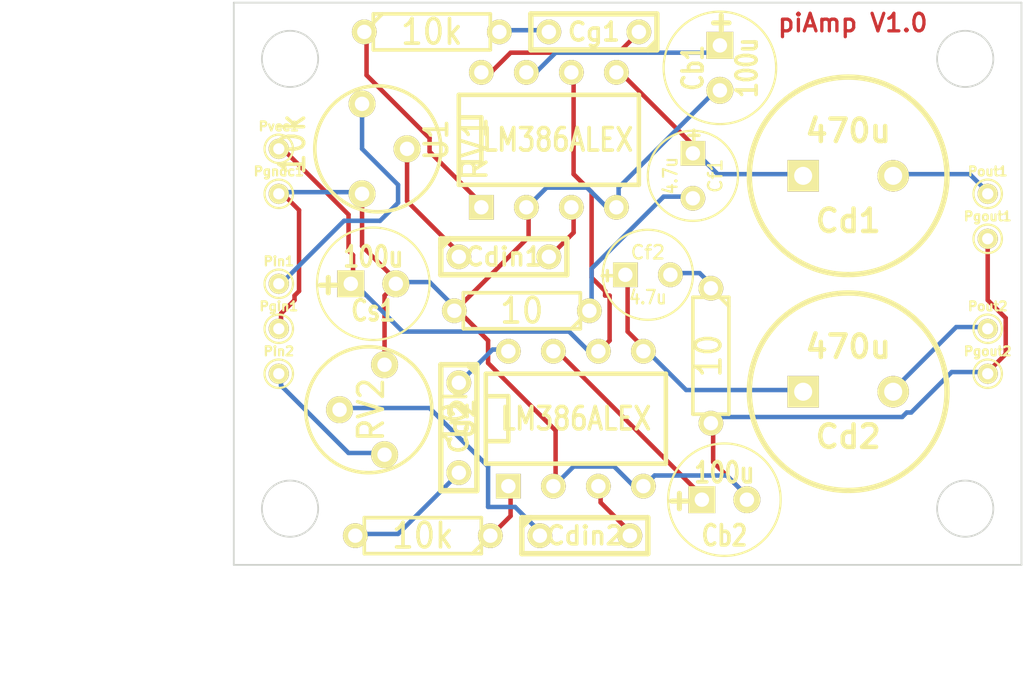
<source format=kicad_pcb>
(kicad_pcb (version 3) (host pcbnew "(2013-may-18)-stable")

  (general
    (links 39)
    (no_connects 0)
    (area 98.533037 88.056249 156.5275 128.90625)
    (thickness 1.6)
    (drawings 11)
    (tracks 191)
    (zones 0)
    (modules 28)
    (nets 23)
  )

  (page A)
  (title_block 
    (title PiAmp)
    (rev 1)
    (comment 1 "Drawn By: Alex Vierich")
  )

  (layers
    (15 F.Cu signal)
    (0 B.Cu signal)
    (16 B.Adhes user)
    (17 F.Adhes user)
    (18 B.Paste user)
    (19 F.Paste user)
    (20 B.SilkS user)
    (21 F.SilkS user)
    (22 B.Mask user)
    (23 F.Mask user)
    (24 Dwgs.User user)
    (25 Cmts.User user)
    (26 Eco1.User user)
    (27 Eco2.User user)
    (28 Edge.Cuts user)
  )

  (setup
    (last_trace_width 0.254)
    (trace_clearance 0.254)
    (zone_clearance 0.508)
    (zone_45_only no)
    (trace_min 0.254)
    (segment_width 0.2)
    (edge_width 0.1)
    (via_size 0.889)
    (via_drill 0.635)
    (via_min_size 0.889)
    (via_min_drill 0.508)
    (uvia_size 0.508)
    (uvia_drill 0.127)
    (uvias_allowed no)
    (uvia_min_size 0.508)
    (uvia_min_drill 0.127)
    (pcb_text_width 0.3)
    (pcb_text_size 1.5 1.5)
    (mod_edge_width 0.15)
    (mod_text_size 1 1)
    (mod_text_width 0.15)
    (pad_size 1.5 1.5)
    (pad_drill 0.6)
    (pad_to_mask_clearance 0)
    (aux_axis_origin 133.35 103.98125)
    (visible_elements FFFFFFBF)
    (pcbplotparams
      (layerselection 3178497)
      (usegerberextensions true)
      (excludeedgelayer true)
      (linewidth 0.150000)
      (plotframeref false)
      (viasonmask false)
      (mode 1)
      (useauxorigin false)
      (hpglpennumber 1)
      (hpglpenspeed 20)
      (hpglpendiameter 15)
      (hpglpenoverlay 2)
      (psnegative false)
      (psa4output false)
      (plotreference true)
      (plotvalue true)
      (plotothertext true)
      (plotinvisibletext false)
      (padsonsilk false)
      (subtractmaskfromsilk false)
      (outputformat 1)
      (mirror false)
      (drillshape 0)
      (scaleselection 1)
      (outputdirectory ""))
  )

  (net 0 "")
  (net 1 +12V)
  (net 2 GND)
  (net 3 N-0000010)
  (net 4 N-0000011)
  (net 5 N-0000012)
  (net 6 N-0000013)
  (net 7 N-0000014)
  (net 8 N-0000015)
  (net 9 N-0000016)
  (net 10 N-0000017)
  (net 11 N-0000018)
  (net 12 N-0000019)
  (net 13 N-0000020)
  (net 14 N-0000021)
  (net 15 N-0000022)
  (net 16 N-000003)
  (net 17 N-000004)
  (net 18 N-000005)
  (net 19 N-000006)
  (net 20 N-000007)
  (net 21 N-000008)
  (net 22 N-000009)

  (net_class Default "This is the default net class."
    (clearance 0.254)
    (trace_width 0.254)
    (via_dia 0.889)
    (via_drill 0.635)
    (uvia_dia 0.508)
    (uvia_drill 0.127)
    (add_net "")
    (add_net +12V)
    (add_net GND)
    (add_net N-0000010)
    (add_net N-0000011)
    (add_net N-0000012)
    (add_net N-0000013)
    (add_net N-0000014)
    (add_net N-0000015)
    (add_net N-0000016)
    (add_net N-0000017)
    (add_net N-0000018)
    (add_net N-0000019)
    (add_net N-0000020)
    (add_net N-0000021)
    (add_net N-0000022)
    (add_net N-000003)
    (add_net N-000004)
    (add_net N-000005)
    (add_net N-000006)
    (add_net N-000007)
    (add_net N-000008)
    (add_net N-000009)
  )

  (module R3   placed (layer F.Cu) (tedit 56748B79) (tstamp 567B1637)
    (at 127.381 105.50525 180)
    (descr "Resitance 3 pas")
    (tags R)
    (path /566792A4)
    (autoplace_cost180 10)
    (fp_text reference RF1 (at 0 0.127 180) (layer F.SilkS) hide
      (effects (font (size 1.397 1.27) (thickness 0.2032)))
    )
    (fp_text value 10 (at 0 0 180) (layer F.SilkS)
      (effects (font (size 1.397 1.27) (thickness 0.2032)))
    )
    (fp_line (start -3.81 0) (end -3.302 0) (layer F.SilkS) (width 0.2032))
    (fp_line (start 3.81 0) (end 3.302 0) (layer F.SilkS) (width 0.2032))
    (fp_line (start 3.302 0) (end 3.302 -1.016) (layer F.SilkS) (width 0.2032))
    (fp_line (start 3.302 -1.016) (end -3.302 -1.016) (layer F.SilkS) (width 0.2032))
    (fp_line (start -3.302 -1.016) (end -3.302 1.016) (layer F.SilkS) (width 0.2032))
    (fp_line (start -3.302 1.016) (end 3.302 1.016) (layer F.SilkS) (width 0.2032))
    (fp_line (start 3.302 1.016) (end 3.302 0) (layer F.SilkS) (width 0.2032))
    (fp_line (start -3.302 -0.508) (end -2.794 -1.016) (layer F.SilkS) (width 0.2032))
    (pad 1 thru_hole circle (at -3.81 0 180) (size 1.397 1.397) (drill 0.8128)
      (layers *.Cu *.Mask F.SilkS)
      (net 5 N-0000012)
    )
    (pad 2 thru_hole circle (at 3.81 0 180) (size 1.397 1.397) (drill 0.8128)
      (layers *.Cu *.Mask F.SilkS)
      (net 2 GND)
    )
    (model discret/resistor.wrl
      (at (xyz 0 0 0))
      (scale (xyz 0.3 0.3 0.3))
      (rotate (xyz 0 0 0))
    )
  )

  (module R3   placed (layer F.Cu) (tedit 567B202F) (tstamp 567B1628)
    (at 122.301 89.75725)
    (descr "Resitance 3 pas")
    (tags R)
    (path /56679365)
    (autoplace_cost180 10)
    (fp_text reference Rg1 (at 0 0.127) (layer F.SilkS) hide
      (effects (font (size 1.397 1.27) (thickness 0.2032)))
    )
    (fp_text value 10k (at 0 0) (layer F.SilkS)
      (effects (font (size 1.397 1.27) (thickness 0.2032)))
    )
    (fp_line (start -3.81 0) (end -3.302 0) (layer F.SilkS) (width 0.2032))
    (fp_line (start 3.81 0) (end 3.302 0) (layer F.SilkS) (width 0.2032))
    (fp_line (start 3.302 0) (end 3.302 -1.016) (layer F.SilkS) (width 0.2032))
    (fp_line (start 3.302 -1.016) (end -3.302 -1.016) (layer F.SilkS) (width 0.2032))
    (fp_line (start -3.302 -1.016) (end -3.302 1.016) (layer F.SilkS) (width 0.2032))
    (fp_line (start -3.302 1.016) (end 3.302 1.016) (layer F.SilkS) (width 0.2032))
    (fp_line (start 3.302 1.016) (end 3.302 0) (layer F.SilkS) (width 0.2032))
    (fp_line (start -3.302 -0.508) (end -2.794 -1.016) (layer F.SilkS) (width 0.2032))
    (pad 1 thru_hole circle (at -3.81 0) (size 1.397 1.397) (drill 0.8128)
      (layers *.Cu *.Mask F.SilkS)
      (net 7 N-0000014)
    )
    (pad 2 thru_hole circle (at 3.81 0) (size 1.397 1.397) (drill 0.8128)
      (layers *.Cu *.Mask F.SilkS)
      (net 8 N-0000015)
    )
    (model discret/resistor.wrl
      (at (xyz 0 0 0))
      (scale (xyz 0.3 0.3 0.3))
      (rotate (xyz 0 0 0))
    )
  )

  (module R3   placed (layer F.Cu) (tedit 567B1F6B) (tstamp 567B1619)
    (at 121.793 118.20525 180)
    (descr "Resitance 3 pas")
    (tags R)
    (path /56745DDD)
    (autoplace_cost180 10)
    (fp_text reference Rg2 (at 0 0.127 180) (layer F.SilkS) hide
      (effects (font (size 1.397 1.27) (thickness 0.2032)))
    )
    (fp_text value 10k (at 0 0 180) (layer F.SilkS)
      (effects (font (size 1.397 1.27) (thickness 0.2032)))
    )
    (fp_line (start -3.81 0) (end -3.302 0) (layer F.SilkS) (width 0.2032))
    (fp_line (start 3.81 0) (end 3.302 0) (layer F.SilkS) (width 0.2032))
    (fp_line (start 3.302 0) (end 3.302 -1.016) (layer F.SilkS) (width 0.2032))
    (fp_line (start 3.302 -1.016) (end -3.302 -1.016) (layer F.SilkS) (width 0.2032))
    (fp_line (start -3.302 -1.016) (end -3.302 1.016) (layer F.SilkS) (width 0.2032))
    (fp_line (start -3.302 1.016) (end 3.302 1.016) (layer F.SilkS) (width 0.2032))
    (fp_line (start 3.302 1.016) (end 3.302 0) (layer F.SilkS) (width 0.2032))
    (fp_line (start -3.302 -0.508) (end -2.794 -1.016) (layer F.SilkS) (width 0.2032))
    (pad 1 thru_hole circle (at -3.81 0 180) (size 1.397 1.397) (drill 0.8128)
      (layers *.Cu *.Mask F.SilkS)
      (net 14 N-0000021)
    )
    (pad 2 thru_hole circle (at 3.81 0 180) (size 1.397 1.397) (drill 0.8128)
      (layers *.Cu *.Mask F.SilkS)
      (net 15 N-0000022)
    )
    (model discret/resistor.wrl
      (at (xyz 0 0 0))
      (scale (xyz 0.3 0.3 0.3))
      (rotate (xyz 0 0 0))
    )
  )

  (module R3   placed (layer F.Cu) (tedit 4E4C0E65) (tstamp 567B160A)
    (at 138.049 108.04525 270)
    (descr "Resitance 3 pas")
    (tags R)
    (path /56745DD0)
    (autoplace_cost180 10)
    (fp_text reference RF2 (at 0 0.127 270) (layer F.SilkS) hide
      (effects (font (size 1.397 1.27) (thickness 0.2032)))
    )
    (fp_text value 10 (at 0 0.127 270) (layer F.SilkS)
      (effects (font (size 1.397 1.27) (thickness 0.2032)))
    )
    (fp_line (start -3.81 0) (end -3.302 0) (layer F.SilkS) (width 0.2032))
    (fp_line (start 3.81 0) (end 3.302 0) (layer F.SilkS) (width 0.2032))
    (fp_line (start 3.302 0) (end 3.302 -1.016) (layer F.SilkS) (width 0.2032))
    (fp_line (start 3.302 -1.016) (end -3.302 -1.016) (layer F.SilkS) (width 0.2032))
    (fp_line (start -3.302 -1.016) (end -3.302 1.016) (layer F.SilkS) (width 0.2032))
    (fp_line (start -3.302 1.016) (end 3.302 1.016) (layer F.SilkS) (width 0.2032))
    (fp_line (start 3.302 1.016) (end 3.302 0) (layer F.SilkS) (width 0.2032))
    (fp_line (start -3.302 -0.508) (end -2.794 -1.016) (layer F.SilkS) (width 0.2032))
    (pad 1 thru_hole circle (at -3.81 0 270) (size 1.397 1.397) (drill 0.8128)
      (layers *.Cu *.Mask F.SilkS)
      (net 19 N-000006)
    )
    (pad 2 thru_hole circle (at 3.81 0 270) (size 1.397 1.397) (drill 0.8128)
      (layers *.Cu *.Mask F.SilkS)
      (net 2 GND)
    )
    (model discret/resistor.wrl
      (at (xyz 0 0 0))
      (scale (xyz 0.3 0.3 0.3))
      (rotate (xyz 0 0 0))
    )
  )

  (module C2   placed (layer F.Cu) (tedit 56748B6F) (tstamp 567B15FB)
    (at 123.825 112.10925 270)
    (descr "Condensateur = 2 pas")
    (tags C)
    (path /56745DE3)
    (fp_text reference Cg2 (at 0 0 270) (layer F.SilkS)
      (effects (font (size 1.016 1.016) (thickness 0.2032)))
    )
    (fp_text value 330n (at 0 0 270) (layer F.SilkS) hide
      (effects (font (size 1.016 1.016) (thickness 0.2032)))
    )
    (fp_line (start -3.556 -1.016) (end 3.556 -1.016) (layer F.SilkS) (width 0.3048))
    (fp_line (start 3.556 -1.016) (end 3.556 1.016) (layer F.SilkS) (width 0.3048))
    (fp_line (start 3.556 1.016) (end -3.556 1.016) (layer F.SilkS) (width 0.3048))
    (fp_line (start -3.556 1.016) (end -3.556 -1.016) (layer F.SilkS) (width 0.3048))
    (fp_line (start -3.556 -0.508) (end -3.048 -1.016) (layer F.SilkS) (width 0.3048))
    (pad 1 thru_hole circle (at -2.54 0 270) (size 1.397 1.397) (drill 0.8128)
      (layers *.Cu *.Mask F.SilkS)
      (net 11 N-0000018)
    )
    (pad 2 thru_hole circle (at 2.54 0 270) (size 1.397 1.397) (drill 0.8128)
      (layers *.Cu *.Mask F.SilkS)
      (net 15 N-0000022)
    )
    (model discret/capa_2pas_5x5mm.wrl
      (at (xyz 0 0 0))
      (scale (xyz 1 1 1))
      (rotate (xyz 0 0 0))
    )
  )

  (module C2   placed (layer F.Cu) (tedit 200000) (tstamp 567B15EF)
    (at 131.445 89.75725 180)
    (descr "Condensateur = 2 pas")
    (tags C)
    (path /56679374)
    (fp_text reference Cg1 (at 0 0 180) (layer F.SilkS)
      (effects (font (size 1.016 1.016) (thickness 0.2032)))
    )
    (fp_text value 330n (at 0 0 180) (layer F.SilkS) hide
      (effects (font (size 1.016 1.016) (thickness 0.2032)))
    )
    (fp_line (start -3.556 -1.016) (end 3.556 -1.016) (layer F.SilkS) (width 0.3048))
    (fp_line (start 3.556 -1.016) (end 3.556 1.016) (layer F.SilkS) (width 0.3048))
    (fp_line (start 3.556 1.016) (end -3.556 1.016) (layer F.SilkS) (width 0.3048))
    (fp_line (start -3.556 1.016) (end -3.556 -1.016) (layer F.SilkS) (width 0.3048))
    (fp_line (start -3.556 -0.508) (end -3.048 -1.016) (layer F.SilkS) (width 0.3048))
    (pad 1 thru_hole circle (at -2.54 0 180) (size 1.397 1.397) (drill 0.8128)
      (layers *.Cu *.Mask F.SilkS)
      (net 9 N-0000016)
    )
    (pad 2 thru_hole circle (at 2.54 0 180) (size 1.397 1.397) (drill 0.8128)
      (layers *.Cu *.Mask F.SilkS)
      (net 8 N-0000015)
    )
    (model discret/capa_2pas_5x5mm.wrl
      (at (xyz 0 0 0))
      (scale (xyz 1 1 1))
      (rotate (xyz 0 0 0))
    )
  )

  (module DIP-8__300   placed (layer F.Cu) (tedit 567B21E2) (tstamp 567B1DFB)
    (at 128.905 95.85325)
    (descr "8 pins DIL package, round pads")
    (tags DIL)
    (path /5669BBAA)
    (fp_text reference U1 (at -6.35 0 90) (layer F.SilkS)
      (effects (font (size 1.27 1.143) (thickness 0.2032)))
    )
    (fp_text value LM386ALEX (at 0.508 0) (layer F.SilkS)
      (effects (font (size 1.27 1.016) (thickness 0.2032)))
    )
    (fp_line (start -5.08 -1.27) (end -3.81 -1.27) (layer F.SilkS) (width 0.254))
    (fp_line (start -3.81 -1.27) (end -3.81 1.27) (layer F.SilkS) (width 0.254))
    (fp_line (start -3.81 1.27) (end -5.08 1.27) (layer F.SilkS) (width 0.254))
    (fp_line (start -5.08 -2.54) (end 5.08 -2.54) (layer F.SilkS) (width 0.254))
    (fp_line (start 5.08 -2.54) (end 5.08 2.54) (layer F.SilkS) (width 0.254))
    (fp_line (start 5.08 2.54) (end -5.08 2.54) (layer F.SilkS) (width 0.254))
    (fp_line (start -5.08 2.54) (end -5.08 -2.54) (layer F.SilkS) (width 0.254))
    (pad 1 thru_hole rect (at -3.81 3.81) (size 1.397 1.397) (drill 0.8128)
      (layers *.Cu *.Mask F.SilkS)
      (net 7 N-0000014)
    )
    (pad 2 thru_hole circle (at -1.27 3.81) (size 1.397 1.397) (drill 0.8128)
      (layers *.Cu *.Mask F.SilkS)
      (net 2 GND)
    )
    (pad 3 thru_hole circle (at 1.27 3.81) (size 1.397 1.397) (drill 0.8128)
      (layers *.Cu *.Mask F.SilkS)
      (net 16 N-000003)
    )
    (pad 4 thru_hole circle (at 3.81 3.81) (size 1.397 1.397) (drill 0.8128)
      (layers *.Cu *.Mask F.SilkS)
      (net 2 GND)
    )
    (pad 5 thru_hole circle (at 3.81 -3.81) (size 1.397 1.397) (drill 0.8128)
      (layers *.Cu *.Mask F.SilkS)
      (net 13 N-0000020)
    )
    (pad 6 thru_hole circle (at 1.27 -3.81) (size 1.397 1.397) (drill 0.8128)
      (layers *.Cu *.Mask F.SilkS)
      (net 1 +12V)
    )
    (pad 7 thru_hole circle (at -1.27 -3.81) (size 1.397 1.397) (drill 0.8128)
      (layers *.Cu *.Mask F.SilkS)
      (net 20 N-000007)
    )
    (pad 8 thru_hole circle (at -3.81 -3.81) (size 1.397 1.397) (drill 0.8128)
      (layers *.Cu *.Mask F.SilkS)
      (net 9 N-0000016)
    )
    (model dil/dil_8.wrl
      (at (xyz 0 0 0))
      (scale (xyz 1 1 1))
      (rotate (xyz 0 0 0))
    )
  )

  (module DIP-8__300   placed (layer F.Cu) (tedit 43A7F843) (tstamp 567B1E66)
    (at 130.429 111.60125)
    (descr "8 pins DIL package, round pads")
    (tags DIL)
    (path /56745E19)
    (fp_text reference U2 (at -6.35 0 90) (layer F.SilkS)
      (effects (font (size 1.27 1.143) (thickness 0.2032)))
    )
    (fp_text value LM386ALEX (at 0 0) (layer F.SilkS)
      (effects (font (size 1.27 1.016) (thickness 0.2032)))
    )
    (fp_line (start -5.08 -1.27) (end -3.81 -1.27) (layer F.SilkS) (width 0.254))
    (fp_line (start -3.81 -1.27) (end -3.81 1.27) (layer F.SilkS) (width 0.254))
    (fp_line (start -3.81 1.27) (end -5.08 1.27) (layer F.SilkS) (width 0.254))
    (fp_line (start -5.08 -2.54) (end 5.08 -2.54) (layer F.SilkS) (width 0.254))
    (fp_line (start 5.08 -2.54) (end 5.08 2.54) (layer F.SilkS) (width 0.254))
    (fp_line (start 5.08 2.54) (end -5.08 2.54) (layer F.SilkS) (width 0.254))
    (fp_line (start -5.08 2.54) (end -5.08 -2.54) (layer F.SilkS) (width 0.254))
    (pad 1 thru_hole rect (at -3.81 3.81) (size 1.397 1.397) (drill 0.8128)
      (layers *.Cu *.Mask F.SilkS)
      (net 14 N-0000021)
    )
    (pad 2 thru_hole circle (at -1.27 3.81) (size 1.397 1.397) (drill 0.8128)
      (layers *.Cu *.Mask F.SilkS)
      (net 2 GND)
    )
    (pad 3 thru_hole circle (at 1.27 3.81) (size 1.397 1.397) (drill 0.8128)
      (layers *.Cu *.Mask F.SilkS)
      (net 17 N-000004)
    )
    (pad 4 thru_hole circle (at 3.81 3.81) (size 1.397 1.397) (drill 0.8128)
      (layers *.Cu *.Mask F.SilkS)
      (net 2 GND)
    )
    (pad 5 thru_hole circle (at 3.81 -3.81) (size 1.397 1.397) (drill 0.8128)
      (layers *.Cu *.Mask F.SilkS)
      (net 12 N-0000019)
    )
    (pad 6 thru_hole circle (at 1.27 -3.81) (size 1.397 1.397) (drill 0.8128)
      (layers *.Cu *.Mask F.SilkS)
      (net 1 +12V)
    )
    (pad 7 thru_hole circle (at -1.27 -3.81) (size 1.397 1.397) (drill 0.8128)
      (layers *.Cu *.Mask F.SilkS)
      (net 18 N-000005)
    )
    (pad 8 thru_hole circle (at -3.81 -3.81) (size 1.397 1.397) (drill 0.8128)
      (layers *.Cu *.Mask F.SilkS)
      (net 11 N-0000018)
    )
    (model dil/dil_8.wrl
      (at (xyz 0 0 0))
      (scale (xyz 1 1 1))
      (rotate (xyz 0 0 0))
    )
  )

  (module C2V10   placed (layer F.Cu) (tedit 41854742) (tstamp 567B15BB)
    (at 145.796 110.07725)
    (descr "Condensateur polarise")
    (tags CP)
    (path /56745E0C)
    (fp_text reference Cd2 (at 0 2.54) (layer F.SilkS)
      (effects (font (size 1.27 1.27) (thickness 0.254)))
    )
    (fp_text value 470u (at 0 -2.54) (layer F.SilkS)
      (effects (font (size 1.27 1.27) (thickness 0.254)))
    )
    (fp_circle (center 0 0) (end 4.826 -2.794) (layer F.SilkS) (width 0.3048))
    (pad 1 thru_hole rect (at -2.54 0) (size 1.778 1.778) (drill 1.016)
      (layers *.Cu *.Mask F.SilkS)
      (net 12 N-0000019)
    )
    (pad 2 thru_hole circle (at 2.54 0) (size 1.778 1.778) (drill 1.016)
      (layers *.Cu *.Mask F.SilkS)
      (net 10 N-0000017)
    )
    (model discret/c_vert_c2v10.wrl
      (at (xyz 0 0 0))
      (scale (xyz 1 1 1))
      (rotate (xyz 0 0 0))
    )
  )

  (module C2V10   placed (layer F.Cu) (tedit 41854742) (tstamp 567B15B3)
    (at 145.796 97.88525)
    (descr "Condensateur polarise")
    (tags CP)
    (path /5669B5AF)
    (fp_text reference Cd1 (at 0 2.54) (layer F.SilkS)
      (effects (font (size 1.27 1.27) (thickness 0.254)))
    )
    (fp_text value 470u (at 0 -2.54) (layer F.SilkS)
      (effects (font (size 1.27 1.27) (thickness 0.254)))
    )
    (fp_circle (center 0 0) (end 4.826 -2.794) (layer F.SilkS) (width 0.3048))
    (pad 1 thru_hole rect (at -2.54 0) (size 1.778 1.778) (drill 1.016)
      (layers *.Cu *.Mask F.SilkS)
      (net 13 N-0000020)
    )
    (pad 2 thru_hole circle (at 2.54 0) (size 1.778 1.778) (drill 1.016)
      (layers *.Cu *.Mask F.SilkS)
      (net 6 N-0000013)
    )
    (model discret/c_vert_c2v10.wrl
      (at (xyz 0 0 0))
      (scale (xyz 1 1 1))
      (rotate (xyz 0 0 0))
    )
  )

  (module C1V7   placed (layer F.Cu) (tedit 200000) (tstamp 567B15AB)
    (at 118.999 103.98125)
    (path /56749012)
    (fp_text reference Cs1 (at 0 1.524) (layer F.SilkS)
      (effects (font (size 1.143 0.889) (thickness 0.2032)))
    )
    (fp_text value 100u (at 0 -1.524) (layer F.SilkS)
      (effects (font (size 1.143 0.889) (thickness 0.2032)))
    )
    (fp_text user + (at -2.54 0) (layer F.SilkS)
      (effects (font (size 1.143 1.143) (thickness 0.3048)))
    )
    (fp_circle (center 0 0) (end 3.175 0) (layer F.SilkS) (width 0.127))
    (pad 1 thru_hole rect (at -1.27 0) (size 1.524 1.524) (drill 0.8128)
      (layers *.Cu *.Mask F.SilkS)
      (net 1 +12V)
    )
    (pad 2 thru_hole circle (at 1.27 0) (size 1.524 1.524) (drill 0.8128)
      (layers *.Cu *.Mask F.SilkS)
      (net 2 GND)
    )
    (model discret/c_vert_c1v7.wrl
      (at (xyz 0 0 0))
      (scale (xyz 1 1 1))
      (rotate (xyz 0 0 0))
    )
  )

  (module RV2   placed (layer F.Cu) (tedit 3FA15781) (tstamp 567B1E04)
    (at 119.634 96.36125 270)
    (descr "Resistance variable / potentiometre")
    (tags R)
    (path /567A0A09)
    (autoplace_cost90 10)
    (autoplace_cost180 10)
    (fp_text reference RV1 (at 0 -5.08 270) (layer F.SilkS)
      (effects (font (size 1.397 1.27) (thickness 0.2032)))
    )
    (fp_text value 10k (at -0.254 5.207 270) (layer F.SilkS)
      (effects (font (size 1.397 1.27) (thickness 0.2032)))
    )
    (fp_circle (center 0 0.381) (end 0 -3.175) (layer F.SilkS) (width 0.2032))
    (pad 1 thru_hole circle (at -2.54 1.27 270) (size 1.524 1.524) (drill 0.8128)
      (layers *.Cu *.Mask F.SilkS)
      (net 21 N-000008)
    )
    (pad 2 thru_hole circle (at 0 -1.27 270) (size 1.524 1.524) (drill 0.8128)
      (layers *.Cu *.Mask F.SilkS)
      (net 3 N-0000010)
    )
    (pad 3 thru_hole circle (at 2.54 1.27 270) (size 1.524 1.524) (drill 0.8128)
      (layers *.Cu *.Mask F.SilkS)
      (net 2 GND)
    )
    (model discret/adjustable_rx2.wrl
      (at (xyz 0 0 0))
      (scale (xyz 1 1 1))
      (rotate (xyz 0 0 0))
    )
  )

  (module RV2   placed (layer F.Cu) (tedit 567B2050) (tstamp 567B1599)
    (at 118.364 111.09325 90)
    (descr "Resistance variable / potentiometre")
    (tags R)
    (path /567A0B65)
    (autoplace_cost90 10)
    (autoplace_cost180 10)
    (fp_text reference RV2 (at 0 0.508 90) (layer F.SilkS)
      (effects (font (size 1.397 1.27) (thickness 0.2032)))
    )
    (fp_text value 10k (at -0.254 5.207 90) (layer F.SilkS)
      (effects (font (size 1.397 1.27) (thickness 0.2032)))
    )
    (fp_circle (center 0 0.381) (end 0 -3.175) (layer F.SilkS) (width 0.2032))
    (pad 1 thru_hole circle (at -2.54 1.27 90) (size 1.524 1.524) (drill 0.8128)
      (layers *.Cu *.Mask F.SilkS)
      (net 4 N-0000011)
    )
    (pad 2 thru_hole circle (at 0 -1.27 90) (size 1.524 1.524) (drill 0.8128)
      (layers *.Cu *.Mask F.SilkS)
      (net 22 N-000009)
    )
    (pad 3 thru_hole circle (at 2.54 1.27 90) (size 1.524 1.524) (drill 0.8128)
      (layers *.Cu *.Mask F.SilkS)
      (net 2 GND)
    )
    (model discret/adjustable_rx2.wrl
      (at (xyz 0 0 0))
      (scale (xyz 1 1 1))
      (rotate (xyz 0 0 0))
    )
  )

  (module C2   placed (layer F.Cu) (tedit 200000) (tstamp 567B1590)
    (at 126.365 102.45725)
    (descr "Condensateur = 2 pas")
    (tags C)
    (path /5679FF68)
    (fp_text reference Cdin1 (at 0 0) (layer F.SilkS)
      (effects (font (size 1.016 1.016) (thickness 0.2032)))
    )
    (fp_text value 330n (at 0 0) (layer F.SilkS) hide
      (effects (font (size 1.016 1.016) (thickness 0.2032)))
    )
    (fp_line (start -3.556 -1.016) (end 3.556 -1.016) (layer F.SilkS) (width 0.3048))
    (fp_line (start 3.556 -1.016) (end 3.556 1.016) (layer F.SilkS) (width 0.3048))
    (fp_line (start 3.556 1.016) (end -3.556 1.016) (layer F.SilkS) (width 0.3048))
    (fp_line (start -3.556 1.016) (end -3.556 -1.016) (layer F.SilkS) (width 0.3048))
    (fp_line (start -3.556 -0.508) (end -3.048 -1.016) (layer F.SilkS) (width 0.3048))
    (pad 1 thru_hole circle (at -2.54 0) (size 1.397 1.397) (drill 0.8128)
      (layers *.Cu *.Mask F.SilkS)
      (net 3 N-0000010)
    )
    (pad 2 thru_hole circle (at 2.54 0) (size 1.397 1.397) (drill 0.8128)
      (layers *.Cu *.Mask F.SilkS)
      (net 16 N-000003)
    )
    (model discret/capa_2pas_5x5mm.wrl
      (at (xyz 0 0 0))
      (scale (xyz 1 1 1))
      (rotate (xyz 0 0 0))
    )
  )

  (module C2   placed (layer F.Cu) (tedit 567B1E08) (tstamp 567B1E17)
    (at 130.937 118.20525)
    (descr "Condensateur = 2 pas")
    (tags C)
    (path /5679FF77)
    (fp_text reference Cdin2 (at 0 0) (layer F.SilkS)
      (effects (font (size 1.016 1.016) (thickness 0.2032)))
    )
    (fp_text value 330n (at 0 0) (layer F.SilkS) hide
      (effects (font (size 1.016 1.016) (thickness 0.2032)))
    )
    (fp_line (start -3.556 -1.016) (end 3.556 -1.016) (layer F.SilkS) (width 0.3048))
    (fp_line (start 3.556 -1.016) (end 3.556 1.016) (layer F.SilkS) (width 0.3048))
    (fp_line (start 3.556 1.016) (end -3.556 1.016) (layer F.SilkS) (width 0.3048))
    (fp_line (start -3.556 1.016) (end -3.556 -1.016) (layer F.SilkS) (width 0.3048))
    (fp_line (start -3.556 -0.508) (end -3.048 -1.016) (layer F.SilkS) (width 0.3048))
    (pad 1 thru_hole circle (at -2.54 0) (size 1.397 1.397) (drill 0.8128)
      (layers *.Cu *.Mask F.SilkS)
      (net 22 N-000009)
    )
    (pad 2 thru_hole circle (at 2.54 0) (size 1.397 1.397) (drill 0.8128)
      (layers *.Cu *.Mask F.SilkS)
      (net 17 N-000004)
    )
    (model discret/capa_2pas_5x5mm.wrl
      (at (xyz 0 0 0))
      (scale (xyz 1 1 1))
      (rotate (xyz 0 0 0))
    )
  )

  (module C1V5   placed (layer F.Cu) (tedit 3E070CF4) (tstamp 567B1578)
    (at 134.493 103.47325)
    (descr "Condensateur e = 1 pas")
    (tags C)
    (path /56745E21)
    (fp_text reference Cf2 (at 0 -1.26746) (layer F.SilkS)
      (effects (font (size 0.762 0.762) (thickness 0.127)))
    )
    (fp_text value 4.7u (at 0 1.27) (layer F.SilkS)
      (effects (font (size 0.762 0.635) (thickness 0.127)))
    )
    (fp_text user + (at -2.286 0) (layer F.SilkS)
      (effects (font (size 0.762 0.762) (thickness 0.2032)))
    )
    (fp_circle (center 0 0) (end 0.127 -2.54) (layer F.SilkS) (width 0.127))
    (pad 1 thru_hole rect (at -1.27 0) (size 1.397 1.397) (drill 0.8128)
      (layers *.Cu *.Mask F.SilkS)
      (net 12 N-0000019)
    )
    (pad 2 thru_hole circle (at 1.27 0) (size 1.397 1.397) (drill 0.8128)
      (layers *.Cu *.Mask F.SilkS)
      (net 19 N-000006)
    )
    (model discret/c_vert_c1v5.wrl
      (at (xyz 0 0 0))
      (scale (xyz 1 1 1))
      (rotate (xyz 0 0 0))
    )
  )

  (module C1V5   placed (layer F.Cu) (tedit 3E070CF4) (tstamp 567B156F)
    (at 137.033 97.88525 270)
    (descr "Condensateur e = 1 pas")
    (tags C)
    (path /56745993)
    (fp_text reference Cf1 (at 0 -1.26746 270) (layer F.SilkS)
      (effects (font (size 0.762 0.762) (thickness 0.127)))
    )
    (fp_text value 4.7u (at 0 1.27 270) (layer F.SilkS)
      (effects (font (size 0.762 0.635) (thickness 0.127)))
    )
    (fp_text user + (at -2.286 0 270) (layer F.SilkS)
      (effects (font (size 0.762 0.762) (thickness 0.2032)))
    )
    (fp_circle (center 0 0) (end 0.127 -2.54) (layer F.SilkS) (width 0.127))
    (pad 1 thru_hole rect (at -1.27 0 270) (size 1.397 1.397) (drill 0.8128)
      (layers *.Cu *.Mask F.SilkS)
      (net 13 N-0000020)
    )
    (pad 2 thru_hole circle (at 1.27 0 270) (size 1.397 1.397) (drill 0.8128)
      (layers *.Cu *.Mask F.SilkS)
      (net 5 N-0000012)
    )
    (model discret/c_vert_c1v5.wrl
      (at (xyz 0 0 0))
      (scale (xyz 1 1 1))
      (rotate (xyz 0 0 0))
    )
  )

  (module C1V7   placed (layer F.Cu) (tedit 567B1DFB) (tstamp 567B1E20)
    (at 138.811 116.17325)
    (path /567A00AE)
    (fp_text reference Cb2 (at 0 2.032) (layer F.SilkS)
      (effects (font (size 1.143 0.889) (thickness 0.2032)))
    )
    (fp_text value 100u (at 0 -1.524) (layer F.SilkS)
      (effects (font (size 1.143 0.889) (thickness 0.2032)))
    )
    (fp_text user + (at -2.54 0) (layer F.SilkS)
      (effects (font (size 1.143 1.143) (thickness 0.3048)))
    )
    (fp_circle (center 0 0) (end 3.175 0) (layer F.SilkS) (width 0.127))
    (pad 1 thru_hole rect (at -1.27 0) (size 1.524 1.524) (drill 0.8128)
      (layers *.Cu *.Mask F.SilkS)
      (net 18 N-000005)
    )
    (pad 2 thru_hole circle (at 1.27 0) (size 1.524 1.524) (drill 0.8128)
      (layers *.Cu *.Mask F.SilkS)
      (net 2 GND)
    )
    (model discret/c_vert_c1v7.wrl
      (at (xyz 0 0 0))
      (scale (xyz 1 1 1))
      (rotate (xyz 0 0 0))
    )
  )

  (module C1V7   placed (layer F.Cu) (tedit 200000) (tstamp 567B155D)
    (at 138.557 91.78925 270)
    (path /567A017C)
    (fp_text reference Cb1 (at 0 1.524 270) (layer F.SilkS)
      (effects (font (size 1.143 0.889) (thickness 0.2032)))
    )
    (fp_text value 100u (at 0 -1.524 270) (layer F.SilkS)
      (effects (font (size 1.143 0.889) (thickness 0.2032)))
    )
    (fp_text user + (at -2.54 0 270) (layer F.SilkS)
      (effects (font (size 1.143 1.143) (thickness 0.3048)))
    )
    (fp_circle (center 0 0) (end 3.175 0) (layer F.SilkS) (width 0.127))
    (pad 1 thru_hole rect (at -1.27 0 270) (size 1.524 1.524) (drill 0.8128)
      (layers *.Cu *.Mask F.SilkS)
      (net 20 N-000007)
    )
    (pad 2 thru_hole circle (at 1.27 0 270) (size 1.524 1.524) (drill 0.8128)
      (layers *.Cu *.Mask F.SilkS)
      (net 2 GND)
    )
    (model discret/c_vert_c1v7.wrl
      (at (xyz 0 0 0))
      (scale (xyz 1 1 1))
      (rotate (xyz 0 0 0))
    )
  )

  (module PINTST (layer F.Cu) (tedit 3D649DF9) (tstamp 56746B17)
    (at 153.67 98.90125)
    (descr "module 1 pin (ou trou mecanique de percage)")
    (tags DEV)
    (path /5669B611)
    (fp_text reference Pout1 (at 0 -1.26746) (layer F.SilkS)
      (effects (font (size 0.508 0.508) (thickness 0.127)))
    )
    (fp_text value CONNECTOR (at 0 1.27) (layer F.SilkS) hide
      (effects (font (size 0.508 0.508) (thickness 0.127)))
    )
    (fp_circle (center 0 0) (end -0.254 -0.762) (layer F.SilkS) (width 0.127))
    (pad 1 thru_hole circle (at 0 0) (size 1.143 1.143) (drill 0.635)
      (layers *.Cu *.Mask F.SilkS)
      (net 6 N-0000013)
    )
    (model pin_array/pin_array_1x1.wrl
      (at (xyz 0 0 0))
      (scale (xyz 1 1 1))
      (rotate (xyz 0 0 0))
    )
  )

  (module PINTST   locked (layer F.Cu) (tedit 3D649DF9) (tstamp 56746B10)
    (at 113.665 103.98125)
    (descr "module 1 pin (ou trou mecanique de percage)")
    (tags DEV)
    (path /5669B4F0)
    (fp_text reference Pin1 (at 0 -1.26746) (layer F.SilkS)
      (effects (font (size 0.508 0.508) (thickness 0.127)))
    )
    (fp_text value CONNECTOR (at 0 1.27) (layer F.SilkS) hide
      (effects (font (size 0.508 0.508) (thickness 0.127)))
    )
    (fp_circle (center 0 0) (end -0.254 -0.762) (layer F.SilkS) (width 0.127))
    (pad 1 thru_hole circle (at 0 0) (size 1.143 1.143) (drill 0.635)
      (layers *.Cu *.Mask F.SilkS)
      (net 21 N-000008)
    )
    (model pin_array/pin_array_1x1.wrl
      (at (xyz 0 0 0))
      (scale (xyz 1 1 1))
      (rotate (xyz 0 0 0))
    )
  )

  (module PINTST   locked (layer F.Cu) (tedit 3D649DF9) (tstamp 567B1406)
    (at 113.665 109.06125)
    (descr "module 1 pin (ou trou mecanique de percage)")
    (tags DEV)
    (path /56745E05)
    (fp_text reference Pin2 (at 0 -1.26746) (layer F.SilkS)
      (effects (font (size 0.508 0.508) (thickness 0.127)))
    )
    (fp_text value CONNECTOR (at 0 1.27) (layer F.SilkS) hide
      (effects (font (size 0.508 0.508) (thickness 0.127)))
    )
    (fp_circle (center 0 0) (end -0.254 -0.762) (layer F.SilkS) (width 0.127))
    (pad 1 thru_hole circle (at 0 0) (size 1.143 1.143) (drill 0.635)
      (layers *.Cu *.Mask F.SilkS)
      (net 4 N-0000011)
    )
    (model pin_array/pin_array_1x1.wrl
      (at (xyz 0 0 0))
      (scale (xyz 1 1 1))
      (rotate (xyz 0 0 0))
    )
  )

  (module PINTST (layer F.Cu) (tedit 3D649DF9) (tstamp 56746B02)
    (at 153.67 106.52125)
    (descr "module 1 pin (ou trou mecanique de percage)")
    (tags DEV)
    (path /56745E12)
    (fp_text reference Pout2 (at 0 -1.26746) (layer F.SilkS)
      (effects (font (size 0.508 0.508) (thickness 0.127)))
    )
    (fp_text value CONNECTOR (at 0 1.27) (layer F.SilkS) hide
      (effects (font (size 0.508 0.508) (thickness 0.127)))
    )
    (fp_circle (center 0 0) (end -0.254 -0.762) (layer F.SilkS) (width 0.127))
    (pad 1 thru_hole circle (at 0 0) (size 1.143 1.143) (drill 0.635)
      (layers *.Cu *.Mask F.SilkS)
      (net 10 N-0000017)
    )
    (model pin_array/pin_array_1x1.wrl
      (at (xyz 0 0 0))
      (scale (xyz 1 1 1))
      (rotate (xyz 0 0 0))
    )
  )

  (module PINTST (layer F.Cu) (tedit 3D649DF9) (tstamp 567B142A)
    (at 153.67 109.06125)
    (descr "module 1 pin (ou trou mecanique de percage)")
    (tags DEV)
    (path /56746AFC)
    (fp_text reference Pgout2 (at 0 -1.26746) (layer F.SilkS)
      (effects (font (size 0.508 0.508) (thickness 0.127)))
    )
    (fp_text value CONNECTOR (at 0 1.27) (layer F.SilkS) hide
      (effects (font (size 0.508 0.508) (thickness 0.127)))
    )
    (fp_circle (center 0 0) (end -0.254 -0.762) (layer F.SilkS) (width 0.127))
    (pad 1 thru_hole circle (at 0 0) (size 1.143 1.143) (drill 0.635)
      (layers *.Cu *.Mask F.SilkS)
      (net 2 GND)
    )
    (model pin_array/pin_array_1x1.wrl
      (at (xyz 0 0 0))
      (scale (xyz 1 1 1))
      (rotate (xyz 0 0 0))
    )
  )

  (module PINTST   locked (layer F.Cu) (tedit 3D649DF9) (tstamp 567470D2)
    (at 113.665 96.36125)
    (descr "module 1 pin (ou trou mecanique de percage)")
    (tags DEV)
    (path /56746C47)
    (fp_text reference Pvcc1 (at 0 -1.26746) (layer F.SilkS)
      (effects (font (size 0.508 0.508) (thickness 0.127)))
    )
    (fp_text value CONNECTOR (at 0 1.27) (layer F.SilkS) hide
      (effects (font (size 0.508 0.508) (thickness 0.127)))
    )
    (fp_circle (center 0 0) (end -0.254 -0.762) (layer F.SilkS) (width 0.127))
    (pad 1 thru_hole circle (at 0 0) (size 1.143 1.143) (drill 0.635)
      (layers *.Cu *.Mask F.SilkS)
      (net 1 +12V)
    )
    (model pin_array/pin_array_1x1.wrl
      (at (xyz 0 0 0))
      (scale (xyz 1 1 1))
      (rotate (xyz 0 0 0))
    )
  )

  (module PINTST   locked   placed (layer F.Cu) (tedit 3D649DF9) (tstamp 567B1E0B)
    (at 113.665 106.52125)
    (descr "module 1 pin (ou trou mecanique de percage)")
    (tags DEV)
    (path /56746B0B)
    (fp_text reference Pgin1 (at 0 -1.26746) (layer F.SilkS)
      (effects (font (size 0.508 0.508) (thickness 0.127)))
    )
    (fp_text value CONNECTOR (at 0 1.27) (layer F.SilkS) hide
      (effects (font (size 0.508 0.508) (thickness 0.127)))
    )
    (fp_circle (center 0 0) (end -0.254 -0.762) (layer F.SilkS) (width 0.127))
    (pad 1 thru_hole circle (at 0 0) (size 1.143 1.143) (drill 0.635)
      (layers *.Cu *.Mask F.SilkS)
      (net 2 GND)
    )
    (model pin_array/pin_array_1x1.wrl
      (at (xyz 0 0 0))
      (scale (xyz 1 1 1))
      (rotate (xyz 0 0 0))
    )
  )

  (module PINTST (layer F.Cu) (tedit 3D649DF9) (tstamp 567470BA)
    (at 153.67 101.44125)
    (descr "module 1 pin (ou trou mecanique de percage)")
    (tags DEV)
    (path /56746AED)
    (fp_text reference Pgout1 (at 0 -1.26746) (layer F.SilkS)
      (effects (font (size 0.508 0.508) (thickness 0.127)))
    )
    (fp_text value CONNECTOR (at 0 1.27) (layer F.SilkS) hide
      (effects (font (size 0.508 0.508) (thickness 0.127)))
    )
    (fp_circle (center 0 0) (end -0.254 -0.762) (layer F.SilkS) (width 0.127))
    (pad 1 thru_hole circle (at 0 0) (size 1.143 1.143) (drill 0.635)
      (layers *.Cu *.Mask F.SilkS)
      (net 2 GND)
    )
    (model pin_array/pin_array_1x1.wrl
      (at (xyz 0 0 0))
      (scale (xyz 1 1 1))
      (rotate (xyz 0 0 0))
    )
  )

  (module PINTST   locked (layer F.Cu) (tedit 3D649DF9) (tstamp 567470CC)
    (at 113.665 98.90125)
    (descr "module 1 pin (ou trou mecanique de percage)")
    (tags DEV)
    (path /56746C38)
    (fp_text reference Pgndc1 (at 0 -1.26746) (layer F.SilkS)
      (effects (font (size 0.508 0.508) (thickness 0.127)))
    )
    (fp_text value CONNECTOR (at 0 1.27) (layer F.SilkS) hide
      (effects (font (size 0.508 0.508) (thickness 0.127)))
    )
    (fp_circle (center 0 0) (end -0.254 -0.762) (layer F.SilkS) (width 0.127))
    (pad 1 thru_hole circle (at 0 0) (size 1.143 1.143) (drill 0.635)
      (layers *.Cu *.Mask F.SilkS)
      (net 2 GND)
    )
    (model pin_array/pin_array_1x1.wrl
      (at (xyz 0 0 0))
      (scale (xyz 1 1 1))
      (rotate (xyz 0 0 0))
    )
  )

  (gr_text "piAmp V1.0" (at 141.732 89.24925) (layer F.Cu)
    (effects (font (size 0.992 0.992) (thickness 0.1845)) (justify left))
  )
  (gr_line (start 155.575 88.10625) (end 111.125 88.10625) (angle 90) (layer Edge.Cuts) (width 0.1))
  (gr_line (start 155.575 119.85625) (end 155.575 88.10625) (angle 90) (layer Edge.Cuts) (width 0.1))
  (gr_line (start 111.125 119.85625) (end 155.575 119.85625) (angle 90) (layer Edge.Cuts) (width 0.1))
  (dimension 44.45 (width 0.3) (layer Cmts.User)
    (gr_text "1.7500 in" (at 133.35 127.556249) (layer Cmts.User)
      (effects (font (size 1.5 1.5) (thickness 0.3)))
    )
    (feature1 (pts (xy 155.575 119.85625) (xy 155.575 128.906249)))
    (feature2 (pts (xy 111.125 119.85625) (xy 111.125 128.906249)))
    (crossbar (pts (xy 111.125 126.206249) (xy 155.575 126.206249)))
    (arrow1a (pts (xy 155.575 126.206249) (xy 154.448497 126.792669)))
    (arrow1b (pts (xy 155.575 126.206249) (xy 154.448497 125.619829)))
    (arrow2a (pts (xy 111.125 126.206249) (xy 112.251503 126.792669)))
    (arrow2b (pts (xy 111.125 126.206249) (xy 112.251503 125.619829)))
  )
  (gr_circle (center 152.4 91.28125) (end 153.9875 91.28125) (layer Edge.Cuts) (width 0.1))
  (gr_circle (center 152.4 116.68125) (end 153.9875 116.68125) (layer Edge.Cuts) (width 0.1))
  (gr_circle (center 114.3 116.68125) (end 112.7125 116.68125) (layer Edge.Cuts) (width 0.1))
  (gr_circle (center 114.3 91.28125) (end 112.7125 91.28125) (layer Edge.Cuts) (width 0.1))
  (gr_line (start 111.125 119.85625) (end 111.125 88.10625) (angle 90) (layer Edge.Cuts) (width 0.1))
  (dimension 31.75 (width 0.3) (layer Cmts.User)
    (gr_text "1.2500 in" (at 104.21875 103.98125 90) (layer Cmts.User)
      (effects (font (size 1.5 1.5) (thickness 0.3)))
    )
    (feature1 (pts (xy 111.125 88.10625) (xy 102.86875 88.10625)))
    (feature2 (pts (xy 111.125 119.85625) (xy 102.86875 119.85625)))
    (crossbar (pts (xy 105.56875 119.85625) (xy 105.56875 88.10625)))
    (arrow1a (pts (xy 105.56875 88.10625) (xy 106.15517 89.232753)))
    (arrow1b (pts (xy 105.56875 88.10625) (xy 104.98233 89.232753)))
    (arrow2a (pts (xy 105.56875 119.85625) (xy 106.15517 118.729747)))
    (arrow2b (pts (xy 105.56875 119.85625) (xy 104.98233 118.729747)))
  )

  (segment (start 117.729 103.98125) (end 117.856 103.886) (width 0.254) (layer B.Cu) (net 1) (status 80000))
  (segment (start 117.856 103.886) (end 120.65 106.68) (width 0.254) (layer B.Cu) (net 1) (status 80000))
  (segment (start 120.65 106.68) (end 130.048 106.68) (width 0.254) (layer B.Cu) (net 1) (status 80000))
  (segment (start 130.048 106.68) (end 131.064 107.696) (width 0.254) (layer B.Cu) (net 1) (status 80000))
  (segment (start 131.064 107.696) (end 131.826 107.696) (width 0.254) (layer B.Cu) (net 1) (status 80000))
  (segment (start 131.826 107.696) (end 131.699 107.79125) (width 0.254) (layer B.Cu) (net 1) (tstamp 567B2AFD) (status 80000))
  (segment (start 113.665 96.36125) (end 113.792 96.266) (width 0.254) (layer F.Cu) (net 1) (status 80000))
  (segment (start 113.792 96.266) (end 117.602 100.076) (width 0.254) (layer F.Cu) (net 1) (status 80000))
  (segment (start 117.602 100.076) (end 117.602 102.108) (width 0.254) (layer F.Cu) (net 1) (status 80000))
  (segment (start 117.602 102.108) (end 117.856 102.362) (width 0.254) (layer F.Cu) (net 1) (status 80000))
  (segment (start 117.856 102.362) (end 117.856 103.886) (width 0.254) (layer F.Cu) (net 1) (status 80000))
  (segment (start 117.856 103.886) (end 117.729 103.98125) (width 0.254) (layer F.Cu) (net 1) (tstamp 567B2AF9) (status 80000))
  (segment (start 131.699 107.79125) (end 131.826 107.696) (width 0.254) (layer F.Cu) (net 1) (status 80000))
  (segment (start 131.826 107.696) (end 132.334 107.188) (width 0.254) (layer F.Cu) (net 1) (status 80000))
  (segment (start 132.334 107.188) (end 132.334 104.648) (width 0.254) (layer F.Cu) (net 1) (status 80000))
  (segment (start 132.334 104.648) (end 132.08 104.648) (width 0.254) (layer F.Cu) (net 1) (status 80000))
  (segment (start 132.08 104.648) (end 132.08 104.394) (width 0.254) (layer F.Cu) (net 1) (status 80000))
  (segment (start 132.08 104.394) (end 131.318 103.632) (width 0.254) (layer F.Cu) (net 1) (status 80000))
  (segment (start 131.318 103.632) (end 131.318 98.806) (width 0.254) (layer F.Cu) (net 1) (status 80000))
  (segment (start 131.318 98.806) (end 130.302 97.79) (width 0.254) (layer F.Cu) (net 1) (status 80000))
  (segment (start 130.302 97.79) (end 130.302 91.948) (width 0.254) (layer F.Cu) (net 1) (status 80000))
  (segment (start 130.302 91.948) (end 130.175 92.04325) (width 0.254) (layer F.Cu) (net 1) (tstamp 567B2AF5) (status 80000))
  (segment (start 132.715 99.66325) (end 132.842 99.568) (width 0.254) (layer B.Cu) (net 2) (status 80000))
  (segment (start 132.842 99.568) (end 132.842 98.552) (width 0.254) (layer B.Cu) (net 2) (status 80000))
  (segment (start 132.842 98.552) (end 138.43 92.964) (width 0.254) (layer B.Cu) (net 2) (status 80000))
  (segment (start 138.43 92.964) (end 138.684 92.964) (width 0.254) (layer B.Cu) (net 2) (status 80000))
  (segment (start 138.684 92.964) (end 138.557 93.05925) (width 0.254) (layer B.Cu) (net 2) (tstamp 567B2AFF) (status 80000))
  (segment (start 123.571 105.50525) (end 123.698 105.41) (width 0.254) (layer F.Cu) (net 2) (status 80000))
  (segment (start 123.698 105.41) (end 125.476 107.188) (width 0.254) (layer F.Cu) (net 2) (status 80000))
  (segment (start 125.476 107.188) (end 125.476 108.458) (width 0.254) (layer F.Cu) (net 2) (status 80000))
  (segment (start 125.476 108.458) (end 129.286 112.268) (width 0.254) (layer F.Cu) (net 2) (status 80000))
  (segment (start 129.286 112.268) (end 129.286 115.316) (width 0.254) (layer F.Cu) (net 2) (status 80000))
  (segment (start 129.286 115.316) (end 129.159 115.41125) (width 0.254) (layer F.Cu) (net 2) (tstamp 567B2AFE) (status 80000))
  (segment (start 138.049 111.85525) (end 138.176 111.76) (width 0.254) (layer B.Cu) (net 2) (status 80000))
  (segment (start 138.176 111.76) (end 138.43 111.506) (width 0.254) (layer B.Cu) (net 2) (status 80000))
  (segment (start 138.43 111.506) (end 148.844 111.506) (width 0.254) (layer B.Cu) (net 2) (status 80000))
  (segment (start 148.844 111.506) (end 149.098 111.252) (width 0.254) (layer B.Cu) (net 2) (status 80000))
  (segment (start 149.098 111.252) (end 149.352 111.252) (width 0.254) (layer B.Cu) (net 2) (status 80000))
  (segment (start 149.352 111.252) (end 151.638 108.966) (width 0.254) (layer B.Cu) (net 2) (status 80000))
  (segment (start 151.638 108.966) (end 153.67 108.966) (width 0.254) (layer B.Cu) (net 2) (status 80000))
  (segment (start 153.67 108.966) (end 153.67 109.06125) (width 0.254) (layer B.Cu) (net 2) (tstamp 567B2AFA) (status 80000))
  (segment (start 123.571 105.50525) (end 123.698 105.41) (width 0.254) (layer F.Cu) (net 2) (status 80000))
  (segment (start 123.698 105.41) (end 127.762 101.346) (width 0.254) (layer F.Cu) (net 2) (status 80000))
  (segment (start 127.762 101.346) (end 127.762 99.568) (width 0.254) (layer F.Cu) (net 2) (status 80000))
  (segment (start 127.762 99.568) (end 127.635 99.66325) (width 0.254) (layer F.Cu) (net 2) (tstamp 567B2AF8) (status 80000))
  (segment (start 120.269 103.98125) (end 120.396 103.886) (width 0.254) (layer F.Cu) (net 2) (status 80000))
  (segment (start 120.396 103.886) (end 118.364 101.854) (width 0.254) (layer F.Cu) (net 2) (status 80000))
  (segment (start 118.364 101.854) (end 118.364 98.90125) (width 0.254) (layer F.Cu) (net 2) (status 80000))
  (segment (start 140.081 116.17325) (end 140.208 116.078) (width 0.254) (layer F.Cu) (net 2) (status 80000))
  (segment (start 140.208 116.078) (end 138.176 114.046) (width 0.254) (layer F.Cu) (net 2) (status 80000))
  (segment (start 138.176 114.046) (end 138.176 111.76) (width 0.254) (layer F.Cu) (net 2) (status 80000))
  (segment (start 138.176 111.76) (end 138.049 111.85525) (width 0.254) (layer F.Cu) (net 2) (tstamp 567B2AF1) (status 80000))
  (segment (start 123.571 105.50525) (end 123.698 105.41) (width 0.254) (layer B.Cu) (net 2) (status 80000))
  (segment (start 123.698 105.41) (end 122.174 103.886) (width 0.254) (layer B.Cu) (net 2) (status 80000))
  (segment (start 122.174 103.886) (end 120.396 103.886) (width 0.254) (layer B.Cu) (net 2) (status 80000))
  (segment (start 120.396 103.886) (end 120.269 103.98125) (width 0.254) (layer B.Cu) (net 2) (tstamp 567B2AED) (status 80000))
  (segment (start 134.239 115.41125) (end 134.366 115.316) (width 0.254) (layer B.Cu) (net 2) (status 80000))
  (segment (start 134.366 115.316) (end 134.874 114.808) (width 0.254) (layer B.Cu) (net 2) (status 80000))
  (segment (start 134.874 114.808) (end 138.938 114.808) (width 0.254) (layer B.Cu) (net 2) (status 80000))
  (segment (start 138.938 114.808) (end 140.208 116.078) (width 0.254) (layer B.Cu) (net 2) (status 80000))
  (segment (start 140.208 116.078) (end 140.081 116.17325) (width 0.254) (layer B.Cu) (net 2) (tstamp 567B2AEB) (status 80000))
  (segment (start 153.67 109.06125) (end 153.67 108.966) (width 0.254) (layer F.Cu) (net 2) (status 80000))
  (segment (start 153.67 108.966) (end 154.686 107.95) (width 0.254) (layer F.Cu) (net 2) (status 80000))
  (segment (start 154.686 107.95) (end 154.686 105.918) (width 0.254) (layer F.Cu) (net 2) (status 80000))
  (segment (start 154.686 105.918) (end 153.67 104.902) (width 0.254) (layer F.Cu) (net 2) (status 80000))
  (segment (start 153.67 104.902) (end 153.67 101.44125) (width 0.254) (layer F.Cu) (net 2) (status 80000))
  (segment (start 113.665 98.90125) (end 113.792 98.806) (width 0.254) (layer F.Cu) (net 2) (status 80000))
  (segment (start 113.792 98.806) (end 114.808 99.822) (width 0.254) (layer F.Cu) (net 2) (status 80000))
  (segment (start 114.808 99.822) (end 114.808 104.394) (width 0.254) (layer F.Cu) (net 2) (status 80000))
  (segment (start 114.808 104.394) (end 114.554 104.648) (width 0.254) (layer F.Cu) (net 2) (status 80000))
  (segment (start 114.554 104.648) (end 114.554 104.902) (width 0.254) (layer F.Cu) (net 2) (status 80000))
  (segment (start 114.554 104.902) (end 113.792 105.664) (width 0.254) (layer F.Cu) (net 2) (status 80000))
  (segment (start 113.792 105.664) (end 113.792 106.426) (width 0.254) (layer F.Cu) (net 2) (status 80000))
  (segment (start 113.792 106.426) (end 113.665 106.52125) (width 0.254) (layer F.Cu) (net 2) (tstamp 567B2AE8) (status 80000))
  (segment (start 120.269 103.98125) (end 120.396 103.886) (width 0.254) (layer F.Cu) (net 2) (status 80000))
  (segment (start 120.396 103.886) (end 119.634 104.648) (width 0.254) (layer F.Cu) (net 2) (status 80000))
  (segment (start 119.634 104.648) (end 119.634 108.55325) (width 0.254) (layer F.Cu) (net 2) (status 80000))
  (segment (start 129.159 115.41125) (end 129.286 115.316) (width 0.254) (layer B.Cu) (net 2) (status 80000))
  (segment (start 129.286 115.316) (end 130.302 114.3) (width 0.254) (layer B.Cu) (net 2) (status 80000))
  (segment (start 130.302 114.3) (end 132.588 114.3) (width 0.254) (layer B.Cu) (net 2) (status 80000))
  (segment (start 132.588 114.3) (end 133.604 115.316) (width 0.254) (layer B.Cu) (net 2) (status 80000))
  (segment (start 133.604 115.316) (end 134.366 115.316) (width 0.254) (layer B.Cu) (net 2) (status 80000))
  (segment (start 134.366 115.316) (end 134.239 115.41125) (width 0.254) (layer B.Cu) (net 2) (tstamp 567B2AE6) (status 80000))
  (segment (start 127.635 99.66325) (end 127.762 99.568) (width 0.254) (layer B.Cu) (net 2) (status 80000))
  (segment (start 127.762 99.568) (end 128.778 98.552) (width 0.254) (layer B.Cu) (net 2) (status 80000))
  (segment (start 128.778 98.552) (end 131.064 98.552) (width 0.254) (layer B.Cu) (net 2) (status 80000))
  (segment (start 131.064 98.552) (end 132.08 99.568) (width 0.254) (layer B.Cu) (net 2) (status 80000))
  (segment (start 132.08 99.568) (end 132.842 99.568) (width 0.254) (layer B.Cu) (net 2) (status 80000))
  (segment (start 132.842 99.568) (end 132.715 99.66325) (width 0.254) (layer B.Cu) (net 2) (tstamp 567B2AE5) (status 80000))
  (segment (start 118.364 98.90125) (end 118.364 98.806) (width 0.254) (layer B.Cu) (net 2) (status 80000))
  (segment (start 118.364 98.806) (end 113.792 98.806) (width 0.254) (layer B.Cu) (net 2) (status 80000))
  (segment (start 113.792 98.806) (end 113.665 98.90125) (width 0.254) (layer B.Cu) (net 2) (tstamp 567B2AE3) (status 80000))
  (segment (start 123.825 102.45725) (end 123.952 102.362) (width 0.254) (layer F.Cu) (net 3) (status 80000))
  (segment (start 123.952 102.362) (end 120.904 99.314) (width 0.254) (layer F.Cu) (net 3) (status 80000))
  (segment (start 120.904 99.314) (end 120.904 96.36125) (width 0.254) (layer F.Cu) (net 3) (status 80000))
  (segment (start 113.665 109.06125) (end 113.792 108.966) (width 0.254) (layer B.Cu) (net 4) (status 80000))
  (segment (start 113.792 108.966) (end 113.792 109.728) (width 0.254) (layer B.Cu) (net 4) (status 80000))
  (segment (start 113.792 109.728) (end 117.602 113.538) (width 0.254) (layer B.Cu) (net 4) (status 80000))
  (segment (start 117.602 113.538) (end 119.634 113.538) (width 0.254) (layer B.Cu) (net 4) (status 80000))
  (segment (start 119.634 113.538) (end 119.634 113.63325) (width 0.254) (layer B.Cu) (net 4) (tstamp 567B2AFC) (status 80000))
  (segment (start 131.191 105.50525) (end 131.318 105.41) (width 0.254) (layer B.Cu) (net 5) (status 80000))
  (segment (start 131.318 105.41) (end 131.318 103.124) (width 0.254) (layer B.Cu) (net 5) (status 80000))
  (segment (start 131.318 103.124) (end 135.382 99.06) (width 0.254) (layer B.Cu) (net 5) (status 80000))
  (segment (start 135.382 99.06) (end 137.16 99.06) (width 0.254) (layer B.Cu) (net 5) (status 80000))
  (segment (start 137.16 99.06) (end 137.033 99.15525) (width 0.254) (layer B.Cu) (net 5) (tstamp 567B2B00) (status 80000))
  (segment (start 153.67 98.90125) (end 153.67 98.806) (width 0.254) (layer B.Cu) (net 6) (status 80000))
  (segment (start 153.67 98.806) (end 152.654 97.79) (width 0.254) (layer B.Cu) (net 6) (status 80000))
  (segment (start 152.654 97.79) (end 148.336 97.79) (width 0.254) (layer B.Cu) (net 6) (status 80000))
  (segment (start 148.336 97.79) (end 148.336 97.88525) (width 0.254) (layer B.Cu) (net 6) (tstamp 567B2AEC) (status 80000))
  (segment (start 125.095 99.66325) (end 125.222 99.568) (width 0.254) (layer F.Cu) (net 7) (status 80000))
  (segment (start 125.222 99.568) (end 122.174 96.52) (width 0.254) (layer F.Cu) (net 7) (status 80000))
  (segment (start 122.174 96.52) (end 122.174 95.758) (width 0.254) (layer F.Cu) (net 7) (status 80000))
  (segment (start 122.174 95.758) (end 118.618 92.202) (width 0.254) (layer F.Cu) (net 7) (status 80000))
  (segment (start 118.618 92.202) (end 118.618 89.662) (width 0.254) (layer F.Cu) (net 7) (status 80000))
  (segment (start 118.618 89.662) (end 118.491 89.75725) (width 0.254) (layer F.Cu) (net 7) (tstamp 567B2B01) (status 80000))
  (segment (start 126.111 89.75725) (end 126.238 89.662) (width 0.254) (layer B.Cu) (net 8) (status 80000))
  (segment (start 126.238 89.662) (end 129.032 89.662) (width 0.254) (layer B.Cu) (net 8) (status 80000))
  (segment (start 129.032 89.662) (end 128.905 89.75725) (width 0.254) (layer B.Cu) (net 8) (tstamp 567B2AE2) (status 80000))
  (segment (start 125.095 92.04325) (end 125.222 91.948) (width 0.254) (layer F.Cu) (net 9) (status 80000))
  (segment (start 125.222 91.948) (end 125.73 91.948) (width 0.254) (layer F.Cu) (net 9) (status 80000))
  (segment (start 125.73 91.948) (end 126.746 90.932) (width 0.254) (layer F.Cu) (net 9) (status 80000))
  (segment (start 126.746 90.932) (end 132.842 90.932) (width 0.254) (layer F.Cu) (net 9) (status 80000))
  (segment (start 132.842 90.932) (end 134.112 89.662) (width 0.254) (layer F.Cu) (net 9) (status 80000))
  (segment (start 134.112 89.662) (end 133.985 89.75725) (width 0.254) (layer F.Cu) (net 9) (tstamp 567B2AF3) (status 80000))
  (segment (start 148.336 110.07725) (end 148.336 109.982) (width 0.254) (layer B.Cu) (net 10) (status 80000))
  (segment (start 148.336 109.982) (end 151.892 106.426) (width 0.254) (layer B.Cu) (net 10) (status 80000))
  (segment (start 151.892 106.426) (end 153.67 106.426) (width 0.254) (layer B.Cu) (net 10) (status 80000))
  (segment (start 153.67 106.426) (end 153.67 106.52125) (width 0.254) (layer B.Cu) (net 10) (tstamp 567B2AF6) (status 80000))
  (segment (start 123.825 109.56925) (end 123.952 109.474) (width 0.254) (layer B.Cu) (net 11) (status 80000))
  (segment (start 123.952 109.474) (end 125.73 107.696) (width 0.254) (layer B.Cu) (net 11) (status 80000))
  (segment (start 125.73 107.696) (end 126.746 107.696) (width 0.254) (layer B.Cu) (net 11) (status 80000))
  (segment (start 126.746 107.696) (end 126.619 107.79125) (width 0.254) (layer B.Cu) (net 11) (tstamp 567B2AEF) (status 80000))
  (segment (start 134.239 107.79125) (end 134.366 107.696) (width 0.254) (layer B.Cu) (net 12) (status 80000))
  (segment (start 134.366 107.696) (end 136.652 109.982) (width 0.254) (layer B.Cu) (net 12) (status 80000))
  (segment (start 136.652 109.982) (end 143.256 109.982) (width 0.254) (layer B.Cu) (net 12) (status 80000))
  (segment (start 143.256 109.982) (end 143.256 110.07725) (width 0.254) (layer B.Cu) (net 12) (tstamp 567B2AF4) (status 80000))
  (segment (start 134.239 107.79125) (end 134.366 107.696) (width 0.254) (layer F.Cu) (net 12) (status 80000))
  (segment (start 134.366 107.696) (end 133.35 106.68) (width 0.254) (layer F.Cu) (net 12) (status 80000))
  (segment (start 133.35 106.68) (end 133.35 103.378) (width 0.254) (layer F.Cu) (net 12) (status 80000))
  (segment (start 133.35 103.378) (end 133.223 103.47325) (width 0.254) (layer F.Cu) (net 12) (tstamp 567B2AE9) (status 80000))
  (segment (start 132.715 92.04325) (end 132.842 91.948) (width 0.254) (layer F.Cu) (net 13) (status 80000))
  (segment (start 132.842 91.948) (end 137.16 96.266) (width 0.254) (layer F.Cu) (net 13) (status 80000))
  (segment (start 137.16 96.266) (end 137.16 96.52) (width 0.254) (layer F.Cu) (net 13) (status 80000))
  (segment (start 137.16 96.52) (end 137.033 96.61525) (width 0.254) (layer F.Cu) (net 13) (tstamp 567B2AFB) (status 80000))
  (segment (start 137.033 96.61525) (end 137.16 96.52) (width 0.254) (layer B.Cu) (net 13) (status 80000))
  (segment (start 137.16 96.52) (end 138.43 97.79) (width 0.254) (layer B.Cu) (net 13) (status 80000))
  (segment (start 138.43 97.79) (end 143.256 97.79) (width 0.254) (layer B.Cu) (net 13) (status 80000))
  (segment (start 143.256 97.79) (end 143.256 97.88525) (width 0.254) (layer B.Cu) (net 13) (tstamp 567B2AF0) (status 80000))
  (segment (start 125.603 118.20525) (end 125.73 118.11) (width 0.254) (layer F.Cu) (net 14) (status 80000))
  (segment (start 125.73 118.11) (end 126.746 117.094) (width 0.254) (layer F.Cu) (net 14) (status 80000))
  (segment (start 126.746 117.094) (end 126.746 115.316) (width 0.254) (layer F.Cu) (net 14) (status 80000))
  (segment (start 126.746 115.316) (end 126.619 115.41125) (width 0.254) (layer F.Cu) (net 14) (tstamp 567B2AE7) (status 80000))
  (segment (start 123.825 114.64925) (end 123.952 114.554) (width 0.254) (layer B.Cu) (net 15) (status 80000))
  (segment (start 123.952 114.554) (end 120.396 118.11) (width 0.254) (layer B.Cu) (net 15) (status 80000))
  (segment (start 120.396 118.11) (end 118.11 118.11) (width 0.254) (layer B.Cu) (net 15) (status 80000))
  (segment (start 118.11 118.11) (end 117.983 118.20525) (width 0.254) (layer B.Cu) (net 15) (tstamp 567B2AF7) (status 80000))
  (segment (start 128.905 102.45725) (end 129.032 102.362) (width 0.254) (layer F.Cu) (net 16) (status 80000))
  (segment (start 129.032 102.362) (end 130.302 101.092) (width 0.254) (layer F.Cu) (net 16) (status 80000))
  (segment (start 130.302 101.092) (end 130.302 99.568) (width 0.254) (layer F.Cu) (net 16) (status 80000))
  (segment (start 130.302 99.568) (end 130.175 99.66325) (width 0.254) (layer F.Cu) (net 16) (tstamp 567B2AEA) (status 80000))
  (segment (start 133.477 118.20525) (end 133.604 118.11) (width 0.254) (layer F.Cu) (net 17) (status 80000))
  (segment (start 133.604 118.11) (end 131.826 116.332) (width 0.254) (layer F.Cu) (net 17) (status 80000))
  (segment (start 131.826 116.332) (end 131.826 115.316) (width 0.254) (layer F.Cu) (net 17) (status 80000))
  (segment (start 131.826 115.316) (end 131.699 115.41125) (width 0.254) (layer F.Cu) (net 17) (tstamp 567B2AEE) (status 80000))
  (segment (start 137.541 116.17325) (end 137.668 116.078) (width 0.254) (layer F.Cu) (net 18) (status 80000))
  (segment (start 137.668 116.078) (end 129.286 107.696) (width 0.254) (layer F.Cu) (net 18) (status 80000))
  (segment (start 129.286 107.696) (end 129.159 107.79125) (width 0.254) (layer F.Cu) (net 18) (tstamp 567B2B03) (status 80000))
  (segment (start 138.049 104.23525) (end 138.176 104.14) (width 0.254) (layer B.Cu) (net 19) (status 80000))
  (segment (start 138.176 104.14) (end 137.414 103.378) (width 0.254) (layer B.Cu) (net 19) (status 80000))
  (segment (start 137.414 103.378) (end 135.89 103.378) (width 0.254) (layer B.Cu) (net 19) (status 80000))
  (segment (start 135.89 103.378) (end 135.763 103.47325) (width 0.254) (layer B.Cu) (net 19) (tstamp 567B2AE4) (status 80000))
  (segment (start 138.557 90.51925) (end 138.684 90.424) (width 0.254) (layer B.Cu) (net 20) (status 80000))
  (segment (start 138.684 90.424) (end 138.176 90.932) (width 0.254) (layer B.Cu) (net 20) (status 80000))
  (segment (start 138.176 90.932) (end 129.286 90.932) (width 0.254) (layer B.Cu) (net 20) (status 80000))
  (segment (start 129.286 90.932) (end 128.27 91.948) (width 0.254) (layer B.Cu) (net 20) (status 80000))
  (segment (start 128.27 91.948) (end 127.762 91.948) (width 0.254) (layer B.Cu) (net 20) (status 80000))
  (segment (start 127.762 91.948) (end 127.635 92.04325) (width 0.254) (layer B.Cu) (net 20) (tstamp 567B2AF2) (status 80000))
  (segment (start 113.665 103.98125) (end 113.792 103.98125) (width 0.254) (layer B.Cu) (net 21))
  (segment (start 118.364 96.36125) (end 118.364 93.82125) (width 0.254) (layer B.Cu) (net 21) (tstamp 567B2C76))
  (segment (start 120.396 98.39325) (end 118.364 96.36125) (width 0.254) (layer B.Cu) (net 21) (tstamp 567B2C72))
  (segment (start 120.396 99.40925) (end 120.396 98.39325) (width 0.254) (layer B.Cu) (net 21) (tstamp 567B2C70))
  (segment (start 119.38 100.42525) (end 120.396 99.40925) (width 0.254) (layer B.Cu) (net 21) (tstamp 567B2C6A))
  (segment (start 117.348 100.42525) (end 119.38 100.42525) (width 0.254) (layer B.Cu) (net 21) (tstamp 567B2C62))
  (segment (start 113.792 103.98125) (end 117.348 100.42525) (width 0.254) (layer B.Cu) (net 21) (tstamp 567B2C51))
  (segment (start 128.397 118.20525) (end 128.524 118.11) (width 0.254) (layer B.Cu) (net 22) (status 80000))
  (segment (start 128.524 118.11) (end 127 116.586) (width 0.254) (layer B.Cu) (net 22) (status 80000))
  (segment (start 127 116.586) (end 125.476 116.586) (width 0.254) (layer B.Cu) (net 22) (status 80000))
  (segment (start 125.476 116.586) (end 125.476 114.3) (width 0.254) (layer B.Cu) (net 22) (status 80000))
  (segment (start 125.476 114.3) (end 122.174 110.998) (width 0.254) (layer B.Cu) (net 22) (status 80000))
  (segment (start 122.174 110.998) (end 117.094 110.998) (width 0.254) (layer B.Cu) (net 22) (status 80000))
  (segment (start 117.094 110.998) (end 117.094 111.09325) (width 0.254) (layer B.Cu) (net 22) (tstamp 567B2B02) (status 80000))

)

</source>
